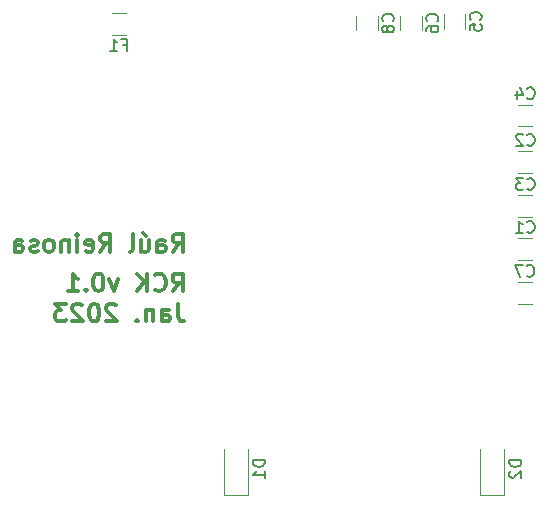
<source format=gbr>
G04 #@! TF.GenerationSoftware,KiCad,Pcbnew,(5.1.4)-1*
G04 #@! TF.CreationDate,2023-02-07T01:37:13+01:00*
G04 #@! TF.ProjectId,test,74657374-2e6b-4696-9361-645f70636258,1.0*
G04 #@! TF.SameCoordinates,Original*
G04 #@! TF.FileFunction,Legend,Bot*
G04 #@! TF.FilePolarity,Positive*
%FSLAX46Y46*%
G04 Gerber Fmt 4.6, Leading zero omitted, Abs format (unit mm)*
G04 Created by KiCad (PCBNEW (5.1.4)-1) date 2023-02-07 01:37:13*
%MOMM*%
%LPD*%
G04 APERTURE LIST*
%ADD10C,0.300000*%
%ADD11C,0.120000*%
%ADD12C,0.150000*%
G04 APERTURE END LIST*
D10*
X178549714Y-78016571D02*
X179049714Y-77302285D01*
X179406857Y-78016571D02*
X179406857Y-76516571D01*
X178835428Y-76516571D01*
X178692571Y-76588000D01*
X178621142Y-76659428D01*
X178549714Y-76802285D01*
X178549714Y-77016571D01*
X178621142Y-77159428D01*
X178692571Y-77230857D01*
X178835428Y-77302285D01*
X179406857Y-77302285D01*
X177049714Y-77873714D02*
X177121142Y-77945142D01*
X177335428Y-78016571D01*
X177478285Y-78016571D01*
X177692571Y-77945142D01*
X177835428Y-77802285D01*
X177906857Y-77659428D01*
X177978285Y-77373714D01*
X177978285Y-77159428D01*
X177906857Y-76873714D01*
X177835428Y-76730857D01*
X177692571Y-76588000D01*
X177478285Y-76516571D01*
X177335428Y-76516571D01*
X177121142Y-76588000D01*
X177049714Y-76659428D01*
X176406857Y-78016571D02*
X176406857Y-76516571D01*
X175549714Y-78016571D02*
X176192571Y-77159428D01*
X175549714Y-76516571D02*
X176406857Y-77373714D01*
X173906857Y-77016571D02*
X173549714Y-78016571D01*
X173192571Y-77016571D01*
X172335428Y-76516571D02*
X172192571Y-76516571D01*
X172049714Y-76588000D01*
X171978285Y-76659428D01*
X171906857Y-76802285D01*
X171835428Y-77088000D01*
X171835428Y-77445142D01*
X171906857Y-77730857D01*
X171978285Y-77873714D01*
X172049714Y-77945142D01*
X172192571Y-78016571D01*
X172335428Y-78016571D01*
X172478285Y-77945142D01*
X172549714Y-77873714D01*
X172621142Y-77730857D01*
X172692571Y-77445142D01*
X172692571Y-77088000D01*
X172621142Y-76802285D01*
X172549714Y-76659428D01*
X172478285Y-76588000D01*
X172335428Y-76516571D01*
X171192571Y-77873714D02*
X171121142Y-77945142D01*
X171192571Y-78016571D01*
X171264000Y-77945142D01*
X171192571Y-77873714D01*
X171192571Y-78016571D01*
X169692571Y-78016571D02*
X170549714Y-78016571D01*
X170121142Y-78016571D02*
X170121142Y-76516571D01*
X170264000Y-76730857D01*
X170406857Y-76873714D01*
X170549714Y-76945142D01*
X178978285Y-79066571D02*
X178978285Y-80138000D01*
X179049714Y-80352285D01*
X179192571Y-80495142D01*
X179406857Y-80566571D01*
X179549714Y-80566571D01*
X177621142Y-80566571D02*
X177621142Y-79780857D01*
X177692571Y-79638000D01*
X177835428Y-79566571D01*
X178121142Y-79566571D01*
X178264000Y-79638000D01*
X177621142Y-80495142D02*
X177764000Y-80566571D01*
X178121142Y-80566571D01*
X178264000Y-80495142D01*
X178335428Y-80352285D01*
X178335428Y-80209428D01*
X178264000Y-80066571D01*
X178121142Y-79995142D01*
X177764000Y-79995142D01*
X177621142Y-79923714D01*
X176906857Y-79566571D02*
X176906857Y-80566571D01*
X176906857Y-79709428D02*
X176835428Y-79638000D01*
X176692571Y-79566571D01*
X176478285Y-79566571D01*
X176335428Y-79638000D01*
X176264000Y-79780857D01*
X176264000Y-80566571D01*
X175549714Y-80423714D02*
X175478285Y-80495142D01*
X175549714Y-80566571D01*
X175621142Y-80495142D01*
X175549714Y-80423714D01*
X175549714Y-80566571D01*
X173764000Y-79209428D02*
X173692571Y-79138000D01*
X173549714Y-79066571D01*
X173192571Y-79066571D01*
X173049714Y-79138000D01*
X172978285Y-79209428D01*
X172906857Y-79352285D01*
X172906857Y-79495142D01*
X172978285Y-79709428D01*
X173835428Y-80566571D01*
X172906857Y-80566571D01*
X171978285Y-79066571D02*
X171835428Y-79066571D01*
X171692571Y-79138000D01*
X171621142Y-79209428D01*
X171549714Y-79352285D01*
X171478285Y-79638000D01*
X171478285Y-79995142D01*
X171549714Y-80280857D01*
X171621142Y-80423714D01*
X171692571Y-80495142D01*
X171835428Y-80566571D01*
X171978285Y-80566571D01*
X172121142Y-80495142D01*
X172192571Y-80423714D01*
X172264000Y-80280857D01*
X172335428Y-79995142D01*
X172335428Y-79638000D01*
X172264000Y-79352285D01*
X172192571Y-79209428D01*
X172121142Y-79138000D01*
X171978285Y-79066571D01*
X170906857Y-79209428D02*
X170835428Y-79138000D01*
X170692571Y-79066571D01*
X170335428Y-79066571D01*
X170192571Y-79138000D01*
X170121142Y-79209428D01*
X170049714Y-79352285D01*
X170049714Y-79495142D01*
X170121142Y-79709428D01*
X170978285Y-80566571D01*
X170049714Y-80566571D01*
X169549714Y-79066571D02*
X168621142Y-79066571D01*
X169121142Y-79638000D01*
X168906857Y-79638000D01*
X168764000Y-79709428D01*
X168692571Y-79780857D01*
X168621142Y-79923714D01*
X168621142Y-80280857D01*
X168692571Y-80423714D01*
X168764000Y-80495142D01*
X168906857Y-80566571D01*
X169335428Y-80566571D01*
X169478285Y-80495142D01*
X169549714Y-80423714D01*
X178549714Y-74656071D02*
X179049714Y-73941785D01*
X179406857Y-74656071D02*
X179406857Y-73156071D01*
X178835428Y-73156071D01*
X178692571Y-73227500D01*
X178621142Y-73298928D01*
X178549714Y-73441785D01*
X178549714Y-73656071D01*
X178621142Y-73798928D01*
X178692571Y-73870357D01*
X178835428Y-73941785D01*
X179406857Y-73941785D01*
X177264000Y-74656071D02*
X177264000Y-73870357D01*
X177335428Y-73727500D01*
X177478285Y-73656071D01*
X177764000Y-73656071D01*
X177906857Y-73727500D01*
X177264000Y-74584642D02*
X177406857Y-74656071D01*
X177764000Y-74656071D01*
X177906857Y-74584642D01*
X177978285Y-74441785D01*
X177978285Y-74298928D01*
X177906857Y-74156071D01*
X177764000Y-74084642D01*
X177406857Y-74084642D01*
X177264000Y-74013214D01*
X175906857Y-73656071D02*
X175906857Y-74656071D01*
X176549714Y-73656071D02*
X176549714Y-74441785D01*
X176478285Y-74584642D01*
X176335428Y-74656071D01*
X176121142Y-74656071D01*
X175978285Y-74584642D01*
X175906857Y-74513214D01*
X176049714Y-73084642D02*
X176264000Y-73298928D01*
X174978285Y-74656071D02*
X175121142Y-74584642D01*
X175192571Y-74441785D01*
X175192571Y-73156071D01*
X172406857Y-74656071D02*
X172906857Y-73941785D01*
X173264000Y-74656071D02*
X173264000Y-73156071D01*
X172692571Y-73156071D01*
X172549714Y-73227500D01*
X172478285Y-73298928D01*
X172406857Y-73441785D01*
X172406857Y-73656071D01*
X172478285Y-73798928D01*
X172549714Y-73870357D01*
X172692571Y-73941785D01*
X173264000Y-73941785D01*
X171192571Y-74584642D02*
X171335428Y-74656071D01*
X171621142Y-74656071D01*
X171764000Y-74584642D01*
X171835428Y-74441785D01*
X171835428Y-73870357D01*
X171764000Y-73727500D01*
X171621142Y-73656071D01*
X171335428Y-73656071D01*
X171192571Y-73727500D01*
X171121142Y-73870357D01*
X171121142Y-74013214D01*
X171835428Y-74156071D01*
X170478285Y-74656071D02*
X170478285Y-73656071D01*
X170478285Y-73156071D02*
X170549714Y-73227500D01*
X170478285Y-73298928D01*
X170406857Y-73227500D01*
X170478285Y-73156071D01*
X170478285Y-73298928D01*
X169764000Y-73656071D02*
X169764000Y-74656071D01*
X169764000Y-73798928D02*
X169692571Y-73727500D01*
X169549714Y-73656071D01*
X169335428Y-73656071D01*
X169192571Y-73727500D01*
X169121142Y-73870357D01*
X169121142Y-74656071D01*
X168192571Y-74656071D02*
X168335428Y-74584642D01*
X168406857Y-74513214D01*
X168478285Y-74370357D01*
X168478285Y-73941785D01*
X168406857Y-73798928D01*
X168335428Y-73727500D01*
X168192571Y-73656071D01*
X167978285Y-73656071D01*
X167835428Y-73727500D01*
X167764000Y-73798928D01*
X167692571Y-73941785D01*
X167692571Y-74370357D01*
X167764000Y-74513214D01*
X167835428Y-74584642D01*
X167978285Y-74656071D01*
X168192571Y-74656071D01*
X167121142Y-74584642D02*
X166978285Y-74656071D01*
X166692571Y-74656071D01*
X166549714Y-74584642D01*
X166478285Y-74441785D01*
X166478285Y-74370357D01*
X166549714Y-74227500D01*
X166692571Y-74156071D01*
X166906857Y-74156071D01*
X167049714Y-74084642D01*
X167121142Y-73941785D01*
X167121142Y-73870357D01*
X167049714Y-73727500D01*
X166906857Y-73656071D01*
X166692571Y-73656071D01*
X166549714Y-73727500D01*
X165192571Y-74656071D02*
X165192571Y-73870357D01*
X165264000Y-73727500D01*
X165406857Y-73656071D01*
X165692571Y-73656071D01*
X165835428Y-73727500D01*
X165192571Y-74584642D02*
X165335428Y-74656071D01*
X165692571Y-74656071D01*
X165835428Y-74584642D01*
X165906857Y-74441785D01*
X165906857Y-74298928D01*
X165835428Y-74156071D01*
X165692571Y-74084642D01*
X165335428Y-74084642D01*
X165192571Y-74013214D01*
D11*
X203348000Y-55783564D02*
X203348000Y-54579436D01*
X201528000Y-55783564D02*
X201528000Y-54579436D01*
X209010064Y-66145500D02*
X207805936Y-66145500D01*
X209010064Y-67965500D02*
X207805936Y-67965500D01*
X194098000Y-55910564D02*
X194098000Y-54706436D01*
X195918000Y-55910564D02*
X195918000Y-54706436D01*
X209010064Y-71712500D02*
X207805936Y-71712500D01*
X209010064Y-69892500D02*
X207805936Y-69892500D01*
X173387936Y-54462000D02*
X174592064Y-54462000D01*
X173387936Y-56282000D02*
X174592064Y-56282000D01*
X184896000Y-95277500D02*
X184896000Y-91377500D01*
X182896000Y-95277500D02*
X182896000Y-91377500D01*
X184896000Y-95277500D02*
X182896000Y-95277500D01*
X209010064Y-75331500D02*
X207805936Y-75331500D01*
X209010064Y-73511500D02*
X207805936Y-73511500D01*
X209010064Y-62209000D02*
X207805936Y-62209000D01*
X209010064Y-64029000D02*
X207805936Y-64029000D01*
X197844000Y-55910564D02*
X197844000Y-54706436D01*
X199664000Y-55910564D02*
X199664000Y-54706436D01*
X208974064Y-77233500D02*
X207769936Y-77233500D01*
X208974064Y-79053500D02*
X207769936Y-79053500D01*
X206613000Y-95277500D02*
X206613000Y-91377500D01*
X204613000Y-95277500D02*
X204613000Y-91377500D01*
X206613000Y-95277500D02*
X204613000Y-95277500D01*
D12*
X204615142Y-55014833D02*
X204662761Y-54967214D01*
X204710380Y-54824357D01*
X204710380Y-54729119D01*
X204662761Y-54586261D01*
X204567523Y-54491023D01*
X204472285Y-54443404D01*
X204281809Y-54395785D01*
X204138952Y-54395785D01*
X203948476Y-54443404D01*
X203853238Y-54491023D01*
X203758000Y-54586261D01*
X203710380Y-54729119D01*
X203710380Y-54824357D01*
X203758000Y-54967214D01*
X203805619Y-55014833D01*
X203710380Y-55919595D02*
X203710380Y-55443404D01*
X204186571Y-55395785D01*
X204138952Y-55443404D01*
X204091333Y-55538642D01*
X204091333Y-55776738D01*
X204138952Y-55871976D01*
X204186571Y-55919595D01*
X204281809Y-55967214D01*
X204519904Y-55967214D01*
X204615142Y-55919595D01*
X204662761Y-55871976D01*
X204710380Y-55776738D01*
X204710380Y-55538642D01*
X204662761Y-55443404D01*
X204615142Y-55395785D01*
X208574666Y-65592642D02*
X208622285Y-65640261D01*
X208765142Y-65687880D01*
X208860380Y-65687880D01*
X209003238Y-65640261D01*
X209098476Y-65545023D01*
X209146095Y-65449785D01*
X209193714Y-65259309D01*
X209193714Y-65116452D01*
X209146095Y-64925976D01*
X209098476Y-64830738D01*
X209003238Y-64735500D01*
X208860380Y-64687880D01*
X208765142Y-64687880D01*
X208622285Y-64735500D01*
X208574666Y-64783119D01*
X208193714Y-64783119D02*
X208146095Y-64735500D01*
X208050857Y-64687880D01*
X207812761Y-64687880D01*
X207717523Y-64735500D01*
X207669904Y-64783119D01*
X207622285Y-64878357D01*
X207622285Y-64973595D01*
X207669904Y-65116452D01*
X208241333Y-65687880D01*
X207622285Y-65687880D01*
X197185142Y-55141833D02*
X197232761Y-55094214D01*
X197280380Y-54951357D01*
X197280380Y-54856119D01*
X197232761Y-54713261D01*
X197137523Y-54618023D01*
X197042285Y-54570404D01*
X196851809Y-54522785D01*
X196708952Y-54522785D01*
X196518476Y-54570404D01*
X196423238Y-54618023D01*
X196328000Y-54713261D01*
X196280380Y-54856119D01*
X196280380Y-54951357D01*
X196328000Y-55094214D01*
X196375619Y-55141833D01*
X196708952Y-55713261D02*
X196661333Y-55618023D01*
X196613714Y-55570404D01*
X196518476Y-55522785D01*
X196470857Y-55522785D01*
X196375619Y-55570404D01*
X196328000Y-55618023D01*
X196280380Y-55713261D01*
X196280380Y-55903738D01*
X196328000Y-55998976D01*
X196375619Y-56046595D01*
X196470857Y-56094214D01*
X196518476Y-56094214D01*
X196613714Y-56046595D01*
X196661333Y-55998976D01*
X196708952Y-55903738D01*
X196708952Y-55713261D01*
X196756571Y-55618023D01*
X196804190Y-55570404D01*
X196899428Y-55522785D01*
X197089904Y-55522785D01*
X197185142Y-55570404D01*
X197232761Y-55618023D01*
X197280380Y-55713261D01*
X197280380Y-55903738D01*
X197232761Y-55998976D01*
X197185142Y-56046595D01*
X197089904Y-56094214D01*
X196899428Y-56094214D01*
X196804190Y-56046595D01*
X196756571Y-55998976D01*
X196708952Y-55903738D01*
X208574666Y-69339642D02*
X208622285Y-69387261D01*
X208765142Y-69434880D01*
X208860380Y-69434880D01*
X209003238Y-69387261D01*
X209098476Y-69292023D01*
X209146095Y-69196785D01*
X209193714Y-69006309D01*
X209193714Y-68863452D01*
X209146095Y-68672976D01*
X209098476Y-68577738D01*
X209003238Y-68482500D01*
X208860380Y-68434880D01*
X208765142Y-68434880D01*
X208622285Y-68482500D01*
X208574666Y-68530119D01*
X208241333Y-68434880D02*
X207622285Y-68434880D01*
X207955619Y-68815833D01*
X207812761Y-68815833D01*
X207717523Y-68863452D01*
X207669904Y-68911071D01*
X207622285Y-69006309D01*
X207622285Y-69244404D01*
X207669904Y-69339642D01*
X207717523Y-69387261D01*
X207812761Y-69434880D01*
X208098476Y-69434880D01*
X208193714Y-69387261D01*
X208241333Y-69339642D01*
X174323333Y-57120571D02*
X174656666Y-57120571D01*
X174656666Y-57644380D02*
X174656666Y-56644380D01*
X174180476Y-56644380D01*
X173275714Y-57644380D02*
X173847142Y-57644380D01*
X173561428Y-57644380D02*
X173561428Y-56644380D01*
X173656666Y-56787238D01*
X173751904Y-56882476D01*
X173847142Y-56930095D01*
X186348380Y-92289404D02*
X185348380Y-92289404D01*
X185348380Y-92527500D01*
X185396000Y-92670357D01*
X185491238Y-92765595D01*
X185586476Y-92813214D01*
X185776952Y-92860833D01*
X185919809Y-92860833D01*
X186110285Y-92813214D01*
X186205523Y-92765595D01*
X186300761Y-92670357D01*
X186348380Y-92527500D01*
X186348380Y-92289404D01*
X186348380Y-93813214D02*
X186348380Y-93241785D01*
X186348380Y-93527500D02*
X185348380Y-93527500D01*
X185491238Y-93432261D01*
X185586476Y-93337023D01*
X185634095Y-93241785D01*
X208574666Y-72958642D02*
X208622285Y-73006261D01*
X208765142Y-73053880D01*
X208860380Y-73053880D01*
X209003238Y-73006261D01*
X209098476Y-72911023D01*
X209146095Y-72815785D01*
X209193714Y-72625309D01*
X209193714Y-72482452D01*
X209146095Y-72291976D01*
X209098476Y-72196738D01*
X209003238Y-72101500D01*
X208860380Y-72053880D01*
X208765142Y-72053880D01*
X208622285Y-72101500D01*
X208574666Y-72149119D01*
X207622285Y-73053880D02*
X208193714Y-73053880D01*
X207908000Y-73053880D02*
X207908000Y-72053880D01*
X208003238Y-72196738D01*
X208098476Y-72291976D01*
X208193714Y-72339595D01*
X208574666Y-61656142D02*
X208622285Y-61703761D01*
X208765142Y-61751380D01*
X208860380Y-61751380D01*
X209003238Y-61703761D01*
X209098476Y-61608523D01*
X209146095Y-61513285D01*
X209193714Y-61322809D01*
X209193714Y-61179952D01*
X209146095Y-60989476D01*
X209098476Y-60894238D01*
X209003238Y-60799000D01*
X208860380Y-60751380D01*
X208765142Y-60751380D01*
X208622285Y-60799000D01*
X208574666Y-60846619D01*
X207717523Y-61084714D02*
X207717523Y-61751380D01*
X207955619Y-60703761D02*
X208193714Y-61418047D01*
X207574666Y-61418047D01*
X200931142Y-55141833D02*
X200978761Y-55094214D01*
X201026380Y-54951357D01*
X201026380Y-54856119D01*
X200978761Y-54713261D01*
X200883523Y-54618023D01*
X200788285Y-54570404D01*
X200597809Y-54522785D01*
X200454952Y-54522785D01*
X200264476Y-54570404D01*
X200169238Y-54618023D01*
X200074000Y-54713261D01*
X200026380Y-54856119D01*
X200026380Y-54951357D01*
X200074000Y-55094214D01*
X200121619Y-55141833D01*
X200026380Y-55998976D02*
X200026380Y-55808500D01*
X200074000Y-55713261D01*
X200121619Y-55665642D01*
X200264476Y-55570404D01*
X200454952Y-55522785D01*
X200835904Y-55522785D01*
X200931142Y-55570404D01*
X200978761Y-55618023D01*
X201026380Y-55713261D01*
X201026380Y-55903738D01*
X200978761Y-55998976D01*
X200931142Y-56046595D01*
X200835904Y-56094214D01*
X200597809Y-56094214D01*
X200502571Y-56046595D01*
X200454952Y-55998976D01*
X200407333Y-55903738D01*
X200407333Y-55713261D01*
X200454952Y-55618023D01*
X200502571Y-55570404D01*
X200597809Y-55522785D01*
X208538666Y-76680642D02*
X208586285Y-76728261D01*
X208729142Y-76775880D01*
X208824380Y-76775880D01*
X208967238Y-76728261D01*
X209062476Y-76633023D01*
X209110095Y-76537785D01*
X209157714Y-76347309D01*
X209157714Y-76204452D01*
X209110095Y-76013976D01*
X209062476Y-75918738D01*
X208967238Y-75823500D01*
X208824380Y-75775880D01*
X208729142Y-75775880D01*
X208586285Y-75823500D01*
X208538666Y-75871119D01*
X208205333Y-75775880D02*
X207538666Y-75775880D01*
X207967238Y-76775880D01*
X208065380Y-92289404D02*
X207065380Y-92289404D01*
X207065380Y-92527500D01*
X207113000Y-92670357D01*
X207208238Y-92765595D01*
X207303476Y-92813214D01*
X207493952Y-92860833D01*
X207636809Y-92860833D01*
X207827285Y-92813214D01*
X207922523Y-92765595D01*
X208017761Y-92670357D01*
X208065380Y-92527500D01*
X208065380Y-92289404D01*
X207160619Y-93241785D02*
X207113000Y-93289404D01*
X207065380Y-93384642D01*
X207065380Y-93622738D01*
X207113000Y-93717976D01*
X207160619Y-93765595D01*
X207255857Y-93813214D01*
X207351095Y-93813214D01*
X207493952Y-93765595D01*
X208065380Y-93194166D01*
X208065380Y-93813214D01*
M02*

</source>
